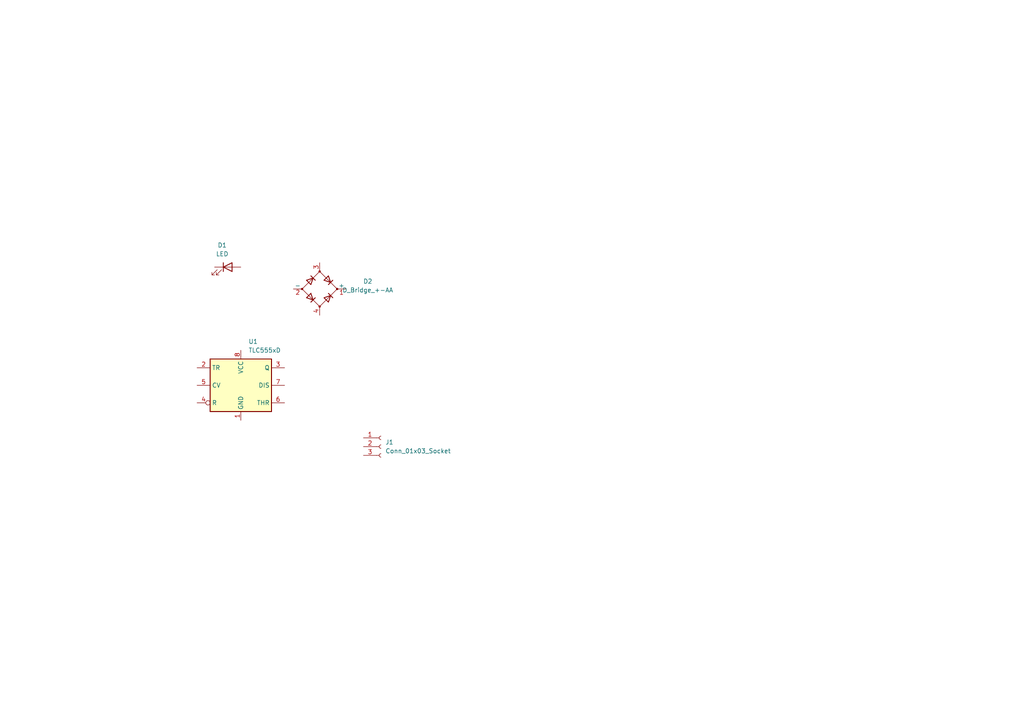
<source format=kicad_sch>
(kicad_sch (version 20230121) (generator eeschema)
  (paper "A4")
  (lib_symbols
    (symbol "Connector:Conn_01x03_Socket" (pin_names (offset 1.016) hide)
      (property "Reference" "J" (at 0 5.08 0))
      (property "Value" "Conn_01x03_Socket" (at 0 -5.08 0))
      (symbol "Conn_01x03_Socket_1_1"
        (arc (start 0 -2.032) (mid -0.5058 -2.54) (end 0 -3.048) (stroke (width 0.1524)))
        (polyline (pts (xy -1.27 -2.54) (xy -0.508 -2.54)) (stroke (width 0.1524)))
        (polyline (pts (xy -1.27 0) (xy -0.508 0)) (stroke (width 0.1524)))
        (polyline (pts (xy -1.27 2.54) (xy -0.508 2.54)) (stroke (width 0.1524)))
        (arc (start 0 0.508) (mid -0.5058 0) (end 0 -0.508) (stroke (width 0.1524)))
        (arc (start 0 3.048) (mid -0.5058 2.54) (end 0 2.032) (stroke (width 0.1524)))
        (pin passive line (at -5.08 2.54 0) (length 3.81) (name "Pin_1") (number "1"))
        (pin passive line (at -5.08 0 0) (length 3.81) (name "Pin_2") (number "2"))
        (pin passive line (at -5.08 -2.54 0) (length 3.81) (name "Pin_3") (number "3"))
      )
    )
    (symbol "Device:D_Bridge_+-AA" (pin_names (offset 0))
      (property "Reference" "D" (at 2.54 6.985 0))
      (property "Value" "D_Bridge_+-AA" (at 2.54 5.08 0))
      (symbol "D_Bridge_+-AA_0_1"
        (circle (center -5.08 0) (radius 0.254) (fill (type outline)))
        (circle (center 0 -5.08) (radius 0.254) (fill (type outline)))
        (polyline (pts (xy -2.54 3.81) (xy -1.27 2.54)) (stroke (width 0.254)))
        (polyline (pts (xy -1.27 -2.54) (xy -2.54 -3.81)) (stroke (width 0.254)))
        (polyline (pts (xy 2.54 -1.27) (xy 3.81 -2.54)) (stroke (width 0.254)))
        (polyline (pts (xy 2.54 1.27) (xy 3.81 2.54)) (stroke (width 0.254)))
        (polyline (pts (xy -3.81 2.54) (xy -2.54 1.27) (xy -1.905 3.175) (xy -3.81 2.54)) (stroke (width 0.254)))
        (polyline (pts (xy -2.54 -1.27) (xy -3.81 -2.54) (xy -1.905 -3.175) (xy -2.54 -1.27)) (stroke (width 0.254)))
        (polyline (pts (xy 1.27 2.54) (xy 2.54 3.81) (xy 3.175 1.905) (xy 1.27 2.54)) (stroke (width 0.254)))
        (polyline (pts (xy 3.175 -1.905) (xy 1.27 -2.54) (xy 2.54 -3.81) (xy 3.175 -1.905)) (stroke (width 0.254)))
        (polyline (pts (xy -5.08 0) (xy 0 -5.08) (xy 5.08 0) (xy 0 5.08) (xy -5.08 0)))
        (circle (center 0 5.08) (radius 0.254) (fill (type outline)))
        (circle (center 5.08 0) (radius 0.254) (fill (type outline)))
      )
      (symbol "D_Bridge_+-AA_1_1"
        (pin passive line (at 7.62 0 180) (length 2.54) (name "+") (number "1"))
        (pin passive line (at -7.62 0 0) (length 2.54) (name "-") (number "2"))
        (pin passive line (at 0 7.62 270) (length 2.54) (name "~") (number "3"))
        (pin passive line (at 0 -7.62 90) (length 2.54) (name "~") (number "4"))
      )
    )
    (symbol "Device:LED" (pin_numbers hide) (pin_names (offset 1.016) hide)
      (property "Reference" "D" (at 0 2.54 0))
      (property "Value" "LED" (at 0 -2.54 0))
      (symbol "LED_0_1"
        (polyline (pts (xy -1.27 -1.27) (xy -1.27 1.27)) (stroke (width 0.254)))
        (polyline (pts (xy -1.27 0) (xy 1.27 0)))
        (polyline (pts (xy 1.27 -1.27) (xy 1.27 1.27) (xy -1.27 0) (xy 1.27 -1.27)) (stroke (width 0.254)))
        (polyline (pts (xy -3.048 -0.762) (xy -4.572 -2.286) (xy -3.81 -2.286) (xy -4.572 -2.286) (xy -4.572 -1.524)))
        (polyline (pts (xy -1.778 -0.762) (xy -3.302 -2.286) (xy -2.54 -2.286) (xy -3.302 -2.286) (xy -3.302 -1.524)))
      )
      (symbol "LED_1_1"
        (pin passive line (at -3.81 0 0) (length 2.54) (name "K") (number "1"))
        (pin passive line (at 3.81 0 180) (length 2.54) (name "A") (number "2"))
      )
    )
    (symbol "Timer:TLC555xD"
      (property "Reference" "U" (at -10.16 8.89 0))
      (property "Value" "TLC555xD" (at 2.54 8.89 0))
      (symbol "TLC555xD_0_0"
        (pin power_in line (at 0 -10.16 90) (length 2.54) (name "GND") (number "1"))
        (pin power_in line (at 0 10.16 270) (length 2.54) (name "VCC") (number "8"))
      )
      (symbol "TLC555xD_0_1"
        (rectangle (start -8.89 -7.62) (end 8.89 7.62) (stroke (width 0.254)) (fill (type background)))
        (rectangle (start -8.89 -7.62) (end 8.89 7.62) (stroke (width 0.254)) (fill (type background)))
      )
      (symbol "TLC555xD_1_1"
        (pin input line (at -12.7 5.08 0) (length 3.81) (name "TR") (number "2"))
        (pin output line (at 12.7 5.08 180) (length 3.81) (name "Q") (number "3"))
        (pin input inverted (at -12.7 -5.08 0) (length 3.81) (name "R") (number "4"))
        (pin input line (at -12.7 0 0) (length 3.81) (name "CV") (number "5"))
        (pin input line (at 12.7 -5.08 180) (length 3.81) (name "THR") (number "6"))
        (pin input line (at 12.7 0 180) (length 3.81) (name "DIS") (number "7"))
      )
    )
  )
  (symbol (lib_id "Connector:Conn_01x03_Socket") (at 110.49 129.54 0) (unit 1)
    (property "Reference" "J1" (at 111.76 128.27 0) (effects (justify left)))
    (property "Value" "Conn_01x03_Socket" (at 111.76 130.81 0) (effects (justify left)))
    (property "Footprint" "Connector_JST:JST_XH_B3B-XH-AM_1x03_P2.50mm_Vertical" (effects hide))
  )
  (symbol (lib_id "Timer:TLC555xD") (at 69.85 111.76 0) (unit 1)
    (property "Reference" "U1" (at 72.0441 99.06 0) (effects (justify left)))
    (property "Value" "TLC555xD" (at 72.0441 101.6 0) (effects (justify left)))
    (property "Footprint" "Package_SO:SOIC-8_3.9x4.9mm_P1.27mm" (effects hide))
    (property "Datasheet" "http://www.ti.com/lit/ds/symlink/tlc555.pdf" (effects hide))
  )
  (symbol (lib_id "Device:LED") (at 66.04 77.47 0) (unit 1)
    (property "Reference" "D1" (at 64.4525 71.12 0))
    (property "Value" "LED" (at 64.4525 73.66 0))
    (property "Footprint" "Connector_JST:JST_PH_B3B-PH-K_1x03_P2.00mm_Vertical" (effects hide))
  )
  (symbol (lib_id "Device:D_Bridge_+-AA") (at 92.71 83.82 0) (unit 1)
    (property "Reference" "D2" (at 106.68 81.6041 0))
    (property "Value" "D_Bridge_+-AA" (at 106.68 84.1441 0))
    (property "Footprint" "Package_TO_SOT_SMD:TO-269AA" (effects hide))
  )
)
</source>
